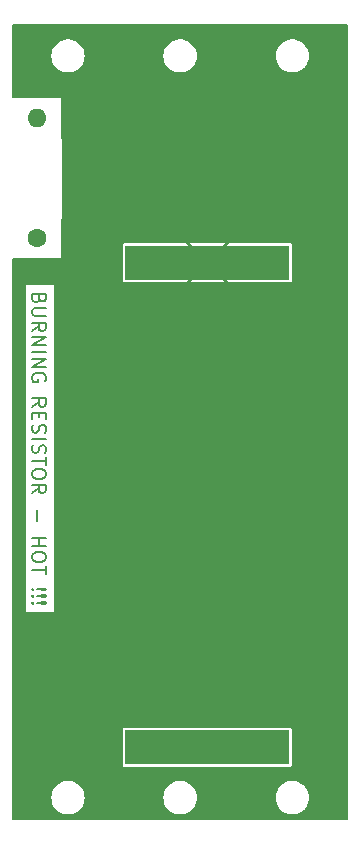
<source format=gbr>
%TF.GenerationSoftware,KiCad,Pcbnew,7.0.5*%
%TF.CreationDate,2024-01-23T00:39:16-05:00*%
%TF.ProjectId,SIDE,53494445-2e6b-4696-9361-645f70636258,rev?*%
%TF.SameCoordinates,Original*%
%TF.FileFunction,Copper,L1,Top*%
%TF.FilePolarity,Positive*%
%FSLAX46Y46*%
G04 Gerber Fmt 4.6, Leading zero omitted, Abs format (unit mm)*
G04 Created by KiCad (PCBNEW 7.0.5) date 2024-01-23 00:39:16*
%MOMM*%
%LPD*%
G01*
G04 APERTURE LIST*
%ADD10C,0.200000*%
%TA.AperFunction,NonConductor*%
%ADD11C,0.200000*%
%TD*%
%TA.AperFunction,SMDPad,CuDef*%
%ADD12R,14.000000X3.000000*%
%TD*%
%TA.AperFunction,ComponentPad*%
%ADD13C,1.600000*%
%TD*%
%TA.AperFunction,ComponentPad*%
%ADD14O,1.600000X1.600000*%
%TD*%
%TA.AperFunction,ViaPad*%
%ADD15C,0.660400*%
%TD*%
G04 APERTURE END LIST*
D10*
D11*
X172505828Y-89035314D02*
X172448685Y-89206742D01*
X172448685Y-89206742D02*
X172391542Y-89263885D01*
X172391542Y-89263885D02*
X172277257Y-89321028D01*
X172277257Y-89321028D02*
X172105828Y-89321028D01*
X172105828Y-89321028D02*
X171991542Y-89263885D01*
X171991542Y-89263885D02*
X171934400Y-89206742D01*
X171934400Y-89206742D02*
X171877257Y-89092457D01*
X171877257Y-89092457D02*
X171877257Y-88635314D01*
X171877257Y-88635314D02*
X173077257Y-88635314D01*
X173077257Y-88635314D02*
X173077257Y-89035314D01*
X173077257Y-89035314D02*
X173020114Y-89149600D01*
X173020114Y-89149600D02*
X172962971Y-89206742D01*
X172962971Y-89206742D02*
X172848685Y-89263885D01*
X172848685Y-89263885D02*
X172734400Y-89263885D01*
X172734400Y-89263885D02*
X172620114Y-89206742D01*
X172620114Y-89206742D02*
X172562971Y-89149600D01*
X172562971Y-89149600D02*
X172505828Y-89035314D01*
X172505828Y-89035314D02*
X172505828Y-88635314D01*
X173077257Y-89835314D02*
X172105828Y-89835314D01*
X172105828Y-89835314D02*
X171991542Y-89892457D01*
X171991542Y-89892457D02*
X171934400Y-89949600D01*
X171934400Y-89949600D02*
X171877257Y-90063885D01*
X171877257Y-90063885D02*
X171877257Y-90292457D01*
X171877257Y-90292457D02*
X171934400Y-90406742D01*
X171934400Y-90406742D02*
X171991542Y-90463885D01*
X171991542Y-90463885D02*
X172105828Y-90521028D01*
X172105828Y-90521028D02*
X173077257Y-90521028D01*
X171877257Y-91778171D02*
X172448685Y-91378171D01*
X171877257Y-91092457D02*
X173077257Y-91092457D01*
X173077257Y-91092457D02*
X173077257Y-91549600D01*
X173077257Y-91549600D02*
X173020114Y-91663885D01*
X173020114Y-91663885D02*
X172962971Y-91721028D01*
X172962971Y-91721028D02*
X172848685Y-91778171D01*
X172848685Y-91778171D02*
X172677257Y-91778171D01*
X172677257Y-91778171D02*
X172562971Y-91721028D01*
X172562971Y-91721028D02*
X172505828Y-91663885D01*
X172505828Y-91663885D02*
X172448685Y-91549600D01*
X172448685Y-91549600D02*
X172448685Y-91092457D01*
X171877257Y-92292457D02*
X173077257Y-92292457D01*
X173077257Y-92292457D02*
X171877257Y-92978171D01*
X171877257Y-92978171D02*
X173077257Y-92978171D01*
X171877257Y-93549600D02*
X173077257Y-93549600D01*
X171877257Y-94121029D02*
X173077257Y-94121029D01*
X173077257Y-94121029D02*
X171877257Y-94806743D01*
X171877257Y-94806743D02*
X173077257Y-94806743D01*
X173020114Y-96006743D02*
X173077257Y-95892458D01*
X173077257Y-95892458D02*
X173077257Y-95721029D01*
X173077257Y-95721029D02*
X173020114Y-95549600D01*
X173020114Y-95549600D02*
X172905828Y-95435315D01*
X172905828Y-95435315D02*
X172791542Y-95378172D01*
X172791542Y-95378172D02*
X172562971Y-95321029D01*
X172562971Y-95321029D02*
X172391542Y-95321029D01*
X172391542Y-95321029D02*
X172162971Y-95378172D01*
X172162971Y-95378172D02*
X172048685Y-95435315D01*
X172048685Y-95435315D02*
X171934400Y-95549600D01*
X171934400Y-95549600D02*
X171877257Y-95721029D01*
X171877257Y-95721029D02*
X171877257Y-95835315D01*
X171877257Y-95835315D02*
X171934400Y-96006743D01*
X171934400Y-96006743D02*
X171991542Y-96063886D01*
X171991542Y-96063886D02*
X172391542Y-96063886D01*
X172391542Y-96063886D02*
X172391542Y-95835315D01*
X171877257Y-98178172D02*
X172448685Y-97778172D01*
X171877257Y-97492458D02*
X173077257Y-97492458D01*
X173077257Y-97492458D02*
X173077257Y-97949601D01*
X173077257Y-97949601D02*
X173020114Y-98063886D01*
X173020114Y-98063886D02*
X172962971Y-98121029D01*
X172962971Y-98121029D02*
X172848685Y-98178172D01*
X172848685Y-98178172D02*
X172677257Y-98178172D01*
X172677257Y-98178172D02*
X172562971Y-98121029D01*
X172562971Y-98121029D02*
X172505828Y-98063886D01*
X172505828Y-98063886D02*
X172448685Y-97949601D01*
X172448685Y-97949601D02*
X172448685Y-97492458D01*
X172505828Y-98692458D02*
X172505828Y-99092458D01*
X171877257Y-99263886D02*
X171877257Y-98692458D01*
X171877257Y-98692458D02*
X173077257Y-98692458D01*
X173077257Y-98692458D02*
X173077257Y-99263886D01*
X171934400Y-99721029D02*
X171877257Y-99892458D01*
X171877257Y-99892458D02*
X171877257Y-100178172D01*
X171877257Y-100178172D02*
X171934400Y-100292458D01*
X171934400Y-100292458D02*
X171991542Y-100349600D01*
X171991542Y-100349600D02*
X172105828Y-100406743D01*
X172105828Y-100406743D02*
X172220114Y-100406743D01*
X172220114Y-100406743D02*
X172334400Y-100349600D01*
X172334400Y-100349600D02*
X172391542Y-100292458D01*
X172391542Y-100292458D02*
X172448685Y-100178172D01*
X172448685Y-100178172D02*
X172505828Y-99949600D01*
X172505828Y-99949600D02*
X172562971Y-99835315D01*
X172562971Y-99835315D02*
X172620114Y-99778172D01*
X172620114Y-99778172D02*
X172734400Y-99721029D01*
X172734400Y-99721029D02*
X172848685Y-99721029D01*
X172848685Y-99721029D02*
X172962971Y-99778172D01*
X172962971Y-99778172D02*
X173020114Y-99835315D01*
X173020114Y-99835315D02*
X173077257Y-99949600D01*
X173077257Y-99949600D02*
X173077257Y-100235315D01*
X173077257Y-100235315D02*
X173020114Y-100406743D01*
X171877257Y-100921029D02*
X173077257Y-100921029D01*
X171934400Y-101435315D02*
X171877257Y-101606744D01*
X171877257Y-101606744D02*
X171877257Y-101892458D01*
X171877257Y-101892458D02*
X171934400Y-102006744D01*
X171934400Y-102006744D02*
X171991542Y-102063886D01*
X171991542Y-102063886D02*
X172105828Y-102121029D01*
X172105828Y-102121029D02*
X172220114Y-102121029D01*
X172220114Y-102121029D02*
X172334400Y-102063886D01*
X172334400Y-102063886D02*
X172391542Y-102006744D01*
X172391542Y-102006744D02*
X172448685Y-101892458D01*
X172448685Y-101892458D02*
X172505828Y-101663886D01*
X172505828Y-101663886D02*
X172562971Y-101549601D01*
X172562971Y-101549601D02*
X172620114Y-101492458D01*
X172620114Y-101492458D02*
X172734400Y-101435315D01*
X172734400Y-101435315D02*
X172848685Y-101435315D01*
X172848685Y-101435315D02*
X172962971Y-101492458D01*
X172962971Y-101492458D02*
X173020114Y-101549601D01*
X173020114Y-101549601D02*
X173077257Y-101663886D01*
X173077257Y-101663886D02*
X173077257Y-101949601D01*
X173077257Y-101949601D02*
X173020114Y-102121029D01*
X173077257Y-102463886D02*
X173077257Y-103149601D01*
X171877257Y-102806743D02*
X173077257Y-102806743D01*
X173077257Y-103778172D02*
X173077257Y-104006744D01*
X173077257Y-104006744D02*
X173020114Y-104121029D01*
X173020114Y-104121029D02*
X172905828Y-104235315D01*
X172905828Y-104235315D02*
X172677257Y-104292458D01*
X172677257Y-104292458D02*
X172277257Y-104292458D01*
X172277257Y-104292458D02*
X172048685Y-104235315D01*
X172048685Y-104235315D02*
X171934400Y-104121029D01*
X171934400Y-104121029D02*
X171877257Y-104006744D01*
X171877257Y-104006744D02*
X171877257Y-103778172D01*
X171877257Y-103778172D02*
X171934400Y-103663887D01*
X171934400Y-103663887D02*
X172048685Y-103549601D01*
X172048685Y-103549601D02*
X172277257Y-103492458D01*
X172277257Y-103492458D02*
X172677257Y-103492458D01*
X172677257Y-103492458D02*
X172905828Y-103549601D01*
X172905828Y-103549601D02*
X173020114Y-103663887D01*
X173020114Y-103663887D02*
X173077257Y-103778172D01*
X171877257Y-105492458D02*
X172448685Y-105092458D01*
X171877257Y-104806744D02*
X173077257Y-104806744D01*
X173077257Y-104806744D02*
X173077257Y-105263887D01*
X173077257Y-105263887D02*
X173020114Y-105378172D01*
X173020114Y-105378172D02*
X172962971Y-105435315D01*
X172962971Y-105435315D02*
X172848685Y-105492458D01*
X172848685Y-105492458D02*
X172677257Y-105492458D01*
X172677257Y-105492458D02*
X172562971Y-105435315D01*
X172562971Y-105435315D02*
X172505828Y-105378172D01*
X172505828Y-105378172D02*
X172448685Y-105263887D01*
X172448685Y-105263887D02*
X172448685Y-104806744D01*
X172334400Y-106921030D02*
X172334400Y-107835316D01*
X171877257Y-109321030D02*
X173077257Y-109321030D01*
X172505828Y-109321030D02*
X172505828Y-110006744D01*
X171877257Y-110006744D02*
X173077257Y-110006744D01*
X173077257Y-110806744D02*
X173077257Y-111035316D01*
X173077257Y-111035316D02*
X173020114Y-111149601D01*
X173020114Y-111149601D02*
X172905828Y-111263887D01*
X172905828Y-111263887D02*
X172677257Y-111321030D01*
X172677257Y-111321030D02*
X172277257Y-111321030D01*
X172277257Y-111321030D02*
X172048685Y-111263887D01*
X172048685Y-111263887D02*
X171934400Y-111149601D01*
X171934400Y-111149601D02*
X171877257Y-111035316D01*
X171877257Y-111035316D02*
X171877257Y-110806744D01*
X171877257Y-110806744D02*
X171934400Y-110692459D01*
X171934400Y-110692459D02*
X172048685Y-110578173D01*
X172048685Y-110578173D02*
X172277257Y-110521030D01*
X172277257Y-110521030D02*
X172677257Y-110521030D01*
X172677257Y-110521030D02*
X172905828Y-110578173D01*
X172905828Y-110578173D02*
X173020114Y-110692459D01*
X173020114Y-110692459D02*
X173077257Y-110806744D01*
X173077257Y-111663887D02*
X173077257Y-112349602D01*
X171877257Y-112006744D02*
X173077257Y-112006744D01*
X171991542Y-113663888D02*
X171934400Y-113721031D01*
X171934400Y-113721031D02*
X171877257Y-113663888D01*
X171877257Y-113663888D02*
X171934400Y-113606745D01*
X171934400Y-113606745D02*
X171991542Y-113663888D01*
X171991542Y-113663888D02*
X171877257Y-113663888D01*
X172334400Y-113663888D02*
X173020114Y-113606745D01*
X173020114Y-113606745D02*
X173077257Y-113663888D01*
X173077257Y-113663888D02*
X173020114Y-113721031D01*
X173020114Y-113721031D02*
X172334400Y-113663888D01*
X172334400Y-113663888D02*
X173077257Y-113663888D01*
X171991542Y-114235317D02*
X171934400Y-114292460D01*
X171934400Y-114292460D02*
X171877257Y-114235317D01*
X171877257Y-114235317D02*
X171934400Y-114178174D01*
X171934400Y-114178174D02*
X171991542Y-114235317D01*
X171991542Y-114235317D02*
X171877257Y-114235317D01*
X172334400Y-114235317D02*
X173020114Y-114178174D01*
X173020114Y-114178174D02*
X173077257Y-114235317D01*
X173077257Y-114235317D02*
X173020114Y-114292460D01*
X173020114Y-114292460D02*
X172334400Y-114235317D01*
X172334400Y-114235317D02*
X173077257Y-114235317D01*
X171991542Y-114806746D02*
X171934400Y-114863889D01*
X171934400Y-114863889D02*
X171877257Y-114806746D01*
X171877257Y-114806746D02*
X171934400Y-114749603D01*
X171934400Y-114749603D02*
X171991542Y-114806746D01*
X171991542Y-114806746D02*
X171877257Y-114806746D01*
X172334400Y-114806746D02*
X173020114Y-114749603D01*
X173020114Y-114749603D02*
X173077257Y-114806746D01*
X173077257Y-114806746D02*
X173020114Y-114863889D01*
X173020114Y-114863889D02*
X172334400Y-114806746D01*
X172334400Y-114806746D02*
X173077257Y-114806746D01*
D12*
%TO.P,SC2,1,+*%
%TO.N,Net-(D1-A)*%
X186720000Y-127018022D03*
%TO.P,SC2,2,-*%
%TO.N,GND*%
X186720000Y-86018022D03*
%TD*%
D13*
%TO.P,R6,1*%
%TO.N,/BR+*%
X172320000Y-83930000D03*
D14*
%TO.P,R6,2*%
%TO.N,/BR-*%
X172320000Y-73770000D03*
%TD*%
D15*
%TO.N,GND*%
X194720000Y-112718022D03*
X184720000Y-120218022D03*
X179720000Y-95218022D03*
X179720000Y-102718022D03*
X184720000Y-107718022D03*
X189720000Y-97718022D03*
X192220000Y-107718022D03*
X177220000Y-107718022D03*
X179720000Y-100218022D03*
X182220000Y-117718022D03*
X194720000Y-120218022D03*
X192220000Y-120218022D03*
X179720000Y-110218022D03*
X182220000Y-71218022D03*
X177220000Y-100218022D03*
X179720000Y-115218022D03*
X187220000Y-115218022D03*
X182220000Y-110218022D03*
X189720000Y-92718022D03*
X177220000Y-115218022D03*
X179220000Y-71218022D03*
X182220000Y-102718022D03*
X189720000Y-107718022D03*
X177220000Y-122718022D03*
X182220000Y-120218022D03*
X177220000Y-105218022D03*
X184720000Y-102718022D03*
X189720000Y-115218022D03*
X192220000Y-115218022D03*
X177220000Y-117718022D03*
X177220000Y-120218022D03*
X187220000Y-120218022D03*
X191220000Y-71218022D03*
X192220000Y-122718022D03*
X187220000Y-112718022D03*
X189720000Y-117718022D03*
X189720000Y-112718022D03*
X177220000Y-95218022D03*
X182220000Y-97718022D03*
X194720000Y-107718022D03*
X194220000Y-71218022D03*
X194720000Y-92718022D03*
X184720000Y-112718022D03*
X192220000Y-100218022D03*
X184720000Y-105218022D03*
X192220000Y-110218022D03*
X182220000Y-92718022D03*
X179720000Y-112718022D03*
X179720000Y-120218022D03*
X192220000Y-95218022D03*
X194720000Y-122718022D03*
X189720000Y-105218022D03*
X187220000Y-95218022D03*
X182220000Y-115218022D03*
X194720000Y-102718022D03*
X187220000Y-92718022D03*
X182220000Y-107718022D03*
X179720000Y-117718022D03*
X192220000Y-117718022D03*
X187220000Y-97718022D03*
X192220000Y-112718022D03*
X187220000Y-105218022D03*
X189720000Y-102718022D03*
X192220000Y-97718022D03*
X184720000Y-110218022D03*
X188220000Y-71218022D03*
X189720000Y-120218022D03*
X179720000Y-92718022D03*
X187220000Y-110218022D03*
X184720000Y-117718022D03*
X194720000Y-105218022D03*
X189720000Y-100218022D03*
X194720000Y-100218022D03*
X182220000Y-112718022D03*
X179720000Y-97718022D03*
X177220000Y-97718022D03*
X182220000Y-100218022D03*
X192220000Y-102718022D03*
X187220000Y-107718022D03*
X177220000Y-112718022D03*
X187220000Y-100218022D03*
X194720000Y-115218022D03*
X184720000Y-92718022D03*
X177220000Y-102718022D03*
X189720000Y-110218022D03*
X179720000Y-122718022D03*
X187220000Y-102718022D03*
X184720000Y-95218022D03*
X187220000Y-117718022D03*
X192220000Y-105218022D03*
X192220000Y-92718022D03*
X179720000Y-105218022D03*
X194720000Y-110218022D03*
X182220000Y-95218022D03*
X189720000Y-95218022D03*
X177220000Y-92718022D03*
X179720000Y-107718022D03*
X194720000Y-117718022D03*
X184720000Y-97718022D03*
X177220000Y-110218022D03*
X184720000Y-115218022D03*
X185220000Y-71218022D03*
X184720000Y-100218022D03*
X182220000Y-105218022D03*
X194720000Y-95218022D03*
X194720000Y-97718022D03*
%TO.N,Net-(D1-A)*%
X188820000Y-126718022D03*
X188120000Y-127418022D03*
X187020000Y-127418022D03*
X185920000Y-127418022D03*
%TD*%
%TA.AperFunction,Conductor*%
%TO.N,GND*%
G36*
X198585569Y-65817401D02*
G01*
X198613461Y-65865711D01*
X198614700Y-65879872D01*
X198614700Y-133106172D01*
X198595621Y-133158591D01*
X198547311Y-133186483D01*
X198533150Y-133187722D01*
X170306850Y-133187722D01*
X170254431Y-133168643D01*
X170226539Y-133120333D01*
X170225300Y-133106172D01*
X170225300Y-131293028D01*
X173509884Y-131293028D01*
X173529115Y-131525116D01*
X173586287Y-131750882D01*
X173586289Y-131750888D01*
X173679840Y-131964163D01*
X173807224Y-132159139D01*
X173964949Y-132330473D01*
X173964954Y-132330478D01*
X174148740Y-132473524D01*
X174148742Y-132473525D01*
X174148746Y-132473528D01*
X174353559Y-132584367D01*
X174353563Y-132584369D01*
X174353570Y-132584371D01*
X174353569Y-132584371D01*
X174573833Y-132659988D01*
X174573835Y-132659988D01*
X174573837Y-132659989D01*
X174803554Y-132698322D01*
X174803559Y-132698322D01*
X175036441Y-132698322D01*
X175036446Y-132698322D01*
X175266163Y-132659989D01*
X175486437Y-132584369D01*
X175691260Y-132473524D01*
X175875046Y-132330478D01*
X175959475Y-132238763D01*
X176032775Y-132159139D01*
X176032776Y-132159137D01*
X176032780Y-132159133D01*
X176160160Y-131964163D01*
X176253712Y-131750886D01*
X176310884Y-131525119D01*
X176330116Y-131293028D01*
X183009884Y-131293028D01*
X183029115Y-131525116D01*
X183086287Y-131750882D01*
X183086289Y-131750888D01*
X183179840Y-131964163D01*
X183307224Y-132159139D01*
X183464949Y-132330473D01*
X183464954Y-132330478D01*
X183648740Y-132473524D01*
X183648742Y-132473525D01*
X183648746Y-132473528D01*
X183853559Y-132584367D01*
X183853563Y-132584369D01*
X183853570Y-132584371D01*
X183853569Y-132584371D01*
X184073833Y-132659988D01*
X184073835Y-132659988D01*
X184073837Y-132659989D01*
X184303554Y-132698322D01*
X184303559Y-132698322D01*
X184536441Y-132698322D01*
X184536446Y-132698322D01*
X184766163Y-132659989D01*
X184986437Y-132584369D01*
X185191260Y-132473524D01*
X185375046Y-132330478D01*
X185459475Y-132238763D01*
X185532775Y-132159139D01*
X185532776Y-132159137D01*
X185532780Y-132159133D01*
X185660160Y-131964163D01*
X185753712Y-131750886D01*
X185810884Y-131525119D01*
X185830116Y-131293028D01*
X192509884Y-131293028D01*
X192529115Y-131525116D01*
X192586287Y-131750882D01*
X192586289Y-131750888D01*
X192679840Y-131964163D01*
X192807224Y-132159139D01*
X192964949Y-132330473D01*
X192964954Y-132330478D01*
X193148740Y-132473524D01*
X193148742Y-132473525D01*
X193148746Y-132473528D01*
X193353559Y-132584367D01*
X193353563Y-132584369D01*
X193353570Y-132584371D01*
X193353569Y-132584371D01*
X193573833Y-132659988D01*
X193573835Y-132659988D01*
X193573837Y-132659989D01*
X193803554Y-132698322D01*
X193803559Y-132698322D01*
X194036441Y-132698322D01*
X194036446Y-132698322D01*
X194266163Y-132659989D01*
X194486437Y-132584369D01*
X194691260Y-132473524D01*
X194875046Y-132330478D01*
X194959475Y-132238763D01*
X195032775Y-132159139D01*
X195032776Y-132159137D01*
X195032780Y-132159133D01*
X195160160Y-131964163D01*
X195253712Y-131750886D01*
X195310884Y-131525119D01*
X195330116Y-131293022D01*
X195330116Y-131293015D01*
X195310884Y-131060927D01*
X195310884Y-131060925D01*
X195253712Y-130835158D01*
X195160160Y-130621881D01*
X195032780Y-130426911D01*
X195032778Y-130426909D01*
X195032775Y-130426904D01*
X194875050Y-130255570D01*
X194875047Y-130255567D01*
X194875046Y-130255566D01*
X194691260Y-130112520D01*
X194691258Y-130112518D01*
X194691253Y-130112515D01*
X194486440Y-130001676D01*
X194486430Y-130001672D01*
X194266166Y-129926055D01*
X194036448Y-129887722D01*
X194036446Y-129887722D01*
X193803554Y-129887722D01*
X193803551Y-129887722D01*
X193573833Y-129926055D01*
X193353569Y-130001672D01*
X193353559Y-130001676D01*
X193148746Y-130112515D01*
X192964952Y-130255567D01*
X192964949Y-130255570D01*
X192807224Y-130426904D01*
X192679840Y-130621880D01*
X192586289Y-130835155D01*
X192586287Y-130835161D01*
X192529115Y-131060927D01*
X192509884Y-131293015D01*
X192509884Y-131293028D01*
X185830116Y-131293028D01*
X185830116Y-131293022D01*
X185830116Y-131293015D01*
X185810884Y-131060927D01*
X185810884Y-131060925D01*
X185753712Y-130835158D01*
X185660160Y-130621881D01*
X185532780Y-130426911D01*
X185532778Y-130426909D01*
X185532775Y-130426904D01*
X185375050Y-130255570D01*
X185375047Y-130255567D01*
X185375046Y-130255566D01*
X185191260Y-130112520D01*
X185191258Y-130112518D01*
X185191253Y-130112515D01*
X184986440Y-130001676D01*
X184986430Y-130001672D01*
X184766166Y-129926055D01*
X184536448Y-129887722D01*
X184536446Y-129887722D01*
X184303554Y-129887722D01*
X184303551Y-129887722D01*
X184073833Y-129926055D01*
X183853569Y-130001672D01*
X183853559Y-130001676D01*
X183648746Y-130112515D01*
X183464952Y-130255567D01*
X183464949Y-130255570D01*
X183307224Y-130426904D01*
X183179840Y-130621880D01*
X183086289Y-130835155D01*
X183086287Y-130835161D01*
X183029115Y-131060927D01*
X183009884Y-131293015D01*
X183009884Y-131293028D01*
X176330116Y-131293028D01*
X176330116Y-131293022D01*
X176330116Y-131293015D01*
X176310884Y-131060927D01*
X176310884Y-131060925D01*
X176253712Y-130835158D01*
X176160160Y-130621881D01*
X176032780Y-130426911D01*
X176032778Y-130426909D01*
X176032775Y-130426904D01*
X175875050Y-130255570D01*
X175875047Y-130255567D01*
X175875046Y-130255566D01*
X175691260Y-130112520D01*
X175691258Y-130112518D01*
X175691253Y-130112515D01*
X175486440Y-130001676D01*
X175486430Y-130001672D01*
X175266166Y-129926055D01*
X175036448Y-129887722D01*
X175036446Y-129887722D01*
X174803554Y-129887722D01*
X174803551Y-129887722D01*
X174573833Y-129926055D01*
X174353569Y-130001672D01*
X174353559Y-130001676D01*
X174148746Y-130112515D01*
X173964952Y-130255567D01*
X173964949Y-130255570D01*
X173807224Y-130426904D01*
X173679840Y-130621880D01*
X173586289Y-130835155D01*
X173586287Y-130835161D01*
X173529115Y-131060927D01*
X173509884Y-131293015D01*
X173509884Y-131293028D01*
X170225300Y-131293028D01*
X170225300Y-128533074D01*
X179567100Y-128533074D01*
X179567101Y-128533084D01*
X179575971Y-128577677D01*
X179575972Y-128577680D01*
X179609766Y-128628256D01*
X179609769Y-128628258D01*
X179660340Y-128662049D01*
X179660342Y-128662050D01*
X179704943Y-128670922D01*
X193735056Y-128670921D01*
X193735060Y-128670920D01*
X193735062Y-128670920D01*
X193745975Y-128668749D01*
X193779658Y-128662050D01*
X193830234Y-128628256D01*
X193864028Y-128577680D01*
X193872900Y-128533079D01*
X193872899Y-125502966D01*
X193864028Y-125458364D01*
X193830234Y-125407788D01*
X193830230Y-125407785D01*
X193779659Y-125373994D01*
X193735058Y-125365122D01*
X179704947Y-125365122D01*
X179704937Y-125365123D01*
X179660344Y-125373993D01*
X179660338Y-125373996D01*
X179609769Y-125407785D01*
X179609763Y-125407791D01*
X179575972Y-125458362D01*
X179567100Y-125502962D01*
X179567100Y-128533074D01*
X170225300Y-128533074D01*
X170225300Y-87893693D01*
X171395671Y-87893693D01*
X171395671Y-115545212D01*
X171395672Y-115545212D01*
X173744328Y-115545212D01*
X173744329Y-115545212D01*
X173744329Y-87893693D01*
X171395671Y-87893693D01*
X170225300Y-87893693D01*
X170225300Y-87533038D01*
X179567600Y-87533038D01*
X179576441Y-87577485D01*
X179610123Y-87627893D01*
X179610128Y-87627898D01*
X179660536Y-87661580D01*
X179704983Y-87670421D01*
X179704990Y-87670422D01*
X184887993Y-87670422D01*
X185247206Y-87670422D01*
X188192794Y-87670422D01*
X186720000Y-86197628D01*
X185247206Y-87670422D01*
X184887993Y-87670422D01*
X186540394Y-86018022D01*
X186899605Y-86018022D01*
X188552006Y-87670422D01*
X193735010Y-87670422D01*
X193735016Y-87670421D01*
X193779463Y-87661580D01*
X193829871Y-87627898D01*
X193829876Y-87627893D01*
X193863558Y-87577485D01*
X193872399Y-87533038D01*
X193872400Y-87533031D01*
X193872400Y-84503012D01*
X193872399Y-84503005D01*
X193863558Y-84458558D01*
X193829876Y-84408150D01*
X193829871Y-84408145D01*
X193779463Y-84374463D01*
X193735016Y-84365622D01*
X188552006Y-84365622D01*
X186899605Y-86018022D01*
X186540394Y-86018022D01*
X184887994Y-84365622D01*
X185247206Y-84365622D01*
X186720000Y-85838416D01*
X188192794Y-84365622D01*
X185247206Y-84365622D01*
X184887994Y-84365622D01*
X179704983Y-84365622D01*
X179660536Y-84374463D01*
X179610128Y-84408145D01*
X179610123Y-84408150D01*
X179576441Y-84458558D01*
X179567600Y-84503005D01*
X179567600Y-87533038D01*
X170225300Y-87533038D01*
X170225300Y-85681550D01*
X170244379Y-85629131D01*
X170292689Y-85601239D01*
X170306850Y-85600000D01*
X174319999Y-85600000D01*
X174320000Y-85600000D01*
X174320000Y-82427446D01*
X174332218Y-82384512D01*
X174334064Y-82381530D01*
X174334064Y-82381528D01*
X174334067Y-82381526D01*
X174335188Y-82378630D01*
X174346157Y-82358938D01*
X174348027Y-82356463D01*
X174359271Y-82316937D01*
X174360453Y-82313411D01*
X174375300Y-82275092D01*
X174375300Y-82271984D01*
X174378414Y-82249665D01*
X174379263Y-82246680D01*
X174375474Y-82205788D01*
X174375300Y-82202024D01*
X174375300Y-75571984D01*
X174378414Y-75549665D01*
X174379263Y-75546680D01*
X174375474Y-75505788D01*
X174375300Y-75502024D01*
X174375300Y-75489734D01*
X174375300Y-75489733D01*
X174373042Y-75477654D01*
X174372521Y-75473920D01*
X174368732Y-75433029D01*
X174368732Y-75433026D01*
X174367343Y-75430237D01*
X174360185Y-75408876D01*
X174359615Y-75405826D01*
X174359615Y-75405825D01*
X174337985Y-75370892D01*
X174336165Y-75367621D01*
X174328547Y-75352322D01*
X174320000Y-75315976D01*
X174320000Y-72100001D01*
X174320000Y-72100000D01*
X170320000Y-72100000D01*
X170306850Y-72100000D01*
X170254431Y-72080921D01*
X170226539Y-72032611D01*
X170225300Y-72018450D01*
X170225300Y-68493028D01*
X173509884Y-68493028D01*
X173529115Y-68725116D01*
X173586287Y-68950882D01*
X173586289Y-68950888D01*
X173679840Y-69164163D01*
X173807224Y-69359139D01*
X173964949Y-69530473D01*
X173964954Y-69530478D01*
X174148740Y-69673524D01*
X174148742Y-69673525D01*
X174148746Y-69673528D01*
X174353559Y-69784367D01*
X174353563Y-69784369D01*
X174353570Y-69784371D01*
X174353569Y-69784371D01*
X174573833Y-69859988D01*
X174573835Y-69859988D01*
X174573837Y-69859989D01*
X174803554Y-69898322D01*
X174803559Y-69898322D01*
X175036441Y-69898322D01*
X175036446Y-69898322D01*
X175266163Y-69859989D01*
X175486437Y-69784369D01*
X175691260Y-69673524D01*
X175875046Y-69530478D01*
X175959475Y-69438763D01*
X176032775Y-69359139D01*
X176032776Y-69359137D01*
X176032780Y-69359133D01*
X176160160Y-69164163D01*
X176253712Y-68950886D01*
X176310884Y-68725119D01*
X176330116Y-68493028D01*
X183009884Y-68493028D01*
X183029115Y-68725116D01*
X183086287Y-68950882D01*
X183086289Y-68950888D01*
X183179840Y-69164163D01*
X183307224Y-69359139D01*
X183464949Y-69530473D01*
X183464954Y-69530478D01*
X183648740Y-69673524D01*
X183648742Y-69673525D01*
X183648746Y-69673528D01*
X183853559Y-69784367D01*
X183853563Y-69784369D01*
X183853570Y-69784371D01*
X183853569Y-69784371D01*
X184073833Y-69859988D01*
X184073835Y-69859988D01*
X184073837Y-69859989D01*
X184303554Y-69898322D01*
X184303559Y-69898322D01*
X184536441Y-69898322D01*
X184536446Y-69898322D01*
X184766163Y-69859989D01*
X184986437Y-69784369D01*
X185191260Y-69673524D01*
X185375046Y-69530478D01*
X185459475Y-69438763D01*
X185532775Y-69359139D01*
X185532776Y-69359137D01*
X185532780Y-69359133D01*
X185660160Y-69164163D01*
X185753712Y-68950886D01*
X185810884Y-68725119D01*
X185830116Y-68493028D01*
X192509884Y-68493028D01*
X192529115Y-68725116D01*
X192586287Y-68950882D01*
X192586289Y-68950888D01*
X192679840Y-69164163D01*
X192807224Y-69359139D01*
X192964949Y-69530473D01*
X192964954Y-69530478D01*
X193148740Y-69673524D01*
X193148742Y-69673525D01*
X193148746Y-69673528D01*
X193353559Y-69784367D01*
X193353563Y-69784369D01*
X193353570Y-69784371D01*
X193353569Y-69784371D01*
X193573833Y-69859988D01*
X193573835Y-69859988D01*
X193573837Y-69859989D01*
X193803554Y-69898322D01*
X193803559Y-69898322D01*
X194036441Y-69898322D01*
X194036446Y-69898322D01*
X194266163Y-69859989D01*
X194486437Y-69784369D01*
X194691260Y-69673524D01*
X194875046Y-69530478D01*
X194959475Y-69438763D01*
X195032775Y-69359139D01*
X195032776Y-69359137D01*
X195032780Y-69359133D01*
X195160160Y-69164163D01*
X195253712Y-68950886D01*
X195310884Y-68725119D01*
X195330116Y-68493022D01*
X195330116Y-68493015D01*
X195310884Y-68260927D01*
X195310884Y-68260925D01*
X195253712Y-68035158D01*
X195160160Y-67821881D01*
X195032780Y-67626911D01*
X195032778Y-67626909D01*
X195032775Y-67626904D01*
X194875050Y-67455570D01*
X194875047Y-67455567D01*
X194875046Y-67455566D01*
X194691260Y-67312520D01*
X194691258Y-67312518D01*
X194691253Y-67312515D01*
X194486440Y-67201676D01*
X194486430Y-67201672D01*
X194266166Y-67126055D01*
X194036448Y-67087722D01*
X194036446Y-67087722D01*
X193803554Y-67087722D01*
X193803551Y-67087722D01*
X193573833Y-67126055D01*
X193353569Y-67201672D01*
X193353559Y-67201676D01*
X193148746Y-67312515D01*
X192964952Y-67455567D01*
X192964949Y-67455570D01*
X192807224Y-67626904D01*
X192679840Y-67821880D01*
X192586289Y-68035155D01*
X192586287Y-68035161D01*
X192529115Y-68260927D01*
X192509884Y-68493015D01*
X192509884Y-68493028D01*
X185830116Y-68493028D01*
X185830116Y-68493022D01*
X185830116Y-68493015D01*
X185810884Y-68260927D01*
X185810884Y-68260925D01*
X185753712Y-68035158D01*
X185660160Y-67821881D01*
X185532780Y-67626911D01*
X185532778Y-67626909D01*
X185532775Y-67626904D01*
X185375050Y-67455570D01*
X185375047Y-67455567D01*
X185375046Y-67455566D01*
X185191260Y-67312520D01*
X185191258Y-67312518D01*
X185191253Y-67312515D01*
X184986440Y-67201676D01*
X184986430Y-67201672D01*
X184766166Y-67126055D01*
X184536448Y-67087722D01*
X184536446Y-67087722D01*
X184303554Y-67087722D01*
X184303551Y-67087722D01*
X184073833Y-67126055D01*
X183853569Y-67201672D01*
X183853559Y-67201676D01*
X183648746Y-67312515D01*
X183464952Y-67455567D01*
X183464949Y-67455570D01*
X183307224Y-67626904D01*
X183179840Y-67821880D01*
X183086289Y-68035155D01*
X183086287Y-68035161D01*
X183029115Y-68260927D01*
X183009884Y-68493015D01*
X183009884Y-68493028D01*
X176330116Y-68493028D01*
X176330116Y-68493022D01*
X176330116Y-68493015D01*
X176310884Y-68260927D01*
X176310884Y-68260925D01*
X176253712Y-68035158D01*
X176160160Y-67821881D01*
X176032780Y-67626911D01*
X176032778Y-67626909D01*
X176032775Y-67626904D01*
X175875050Y-67455570D01*
X175875047Y-67455567D01*
X175875046Y-67455566D01*
X175691260Y-67312520D01*
X175691258Y-67312518D01*
X175691253Y-67312515D01*
X175486440Y-67201676D01*
X175486430Y-67201672D01*
X175266166Y-67126055D01*
X175036448Y-67087722D01*
X175036446Y-67087722D01*
X174803554Y-67087722D01*
X174803551Y-67087722D01*
X174573833Y-67126055D01*
X174353569Y-67201672D01*
X174353559Y-67201676D01*
X174148746Y-67312515D01*
X173964952Y-67455567D01*
X173964949Y-67455570D01*
X173807224Y-67626904D01*
X173679840Y-67821880D01*
X173586289Y-68035155D01*
X173586287Y-68035161D01*
X173529115Y-68260927D01*
X173509884Y-68493015D01*
X173509884Y-68493028D01*
X170225300Y-68493028D01*
X170225300Y-65879872D01*
X170244379Y-65827453D01*
X170292689Y-65799561D01*
X170306850Y-65798322D01*
X198533150Y-65798322D01*
X198585569Y-65817401D01*
G37*
%TD.AperFunction*%
%TD*%
M02*

</source>
